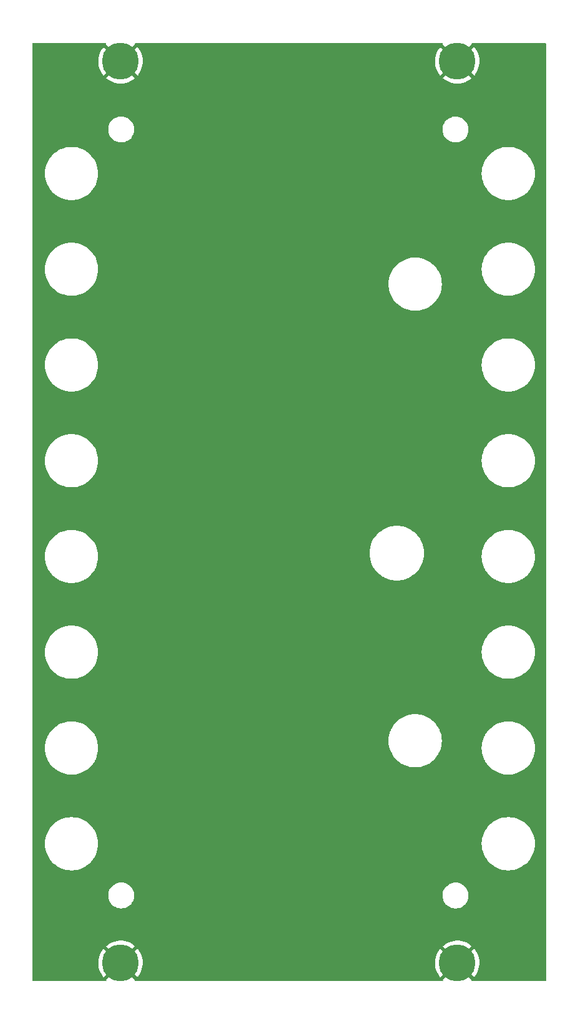
<source format=gbr>
G04 #@! TF.GenerationSoftware,KiCad,Pcbnew,(6.0.1)*
G04 #@! TF.CreationDate,2023-03-29T19:19:28-07:00*
G04 #@! TF.ProjectId,panel,70616e65-6c2e-46b6-9963-61645f706362,1.1*
G04 #@! TF.SameCoordinates,Original*
G04 #@! TF.FileFunction,Copper,L1,Top*
G04 #@! TF.FilePolarity,Positive*
%FSLAX46Y46*%
G04 Gerber Fmt 4.6, Leading zero omitted, Abs format (unit mm)*
G04 Created by KiCad (PCBNEW (6.0.1)) date 2023-03-29 19:19:28*
%MOMM*%
%LPD*%
G01*
G04 APERTURE LIST*
G04 #@! TA.AperFunction,ComponentPad*
%ADD10C,5.000000*%
G04 #@! TD*
G04 APERTURE END LIST*
D10*
X52500000Y-33750000D03*
X98220000Y-33750000D03*
X98220000Y-156150000D03*
X52500000Y-156150000D03*
G04 #@! TA.AperFunction,Conductor*
G36*
X50526390Y-31278002D02*
G01*
X50572883Y-31331658D01*
X50582987Y-31401932D01*
X50564642Y-31448362D01*
X50564576Y-31450069D01*
X50571527Y-31462316D01*
X52487190Y-33377980D01*
X52501131Y-33385592D01*
X52502966Y-33385461D01*
X52509580Y-33381210D01*
X54427074Y-31463716D01*
X54434688Y-31449772D01*
X54434194Y-31442853D01*
X54416038Y-31388944D01*
X54433352Y-31320091D01*
X54485141Y-31271529D01*
X54541941Y-31258000D01*
X96178269Y-31258000D01*
X96246390Y-31278002D01*
X96292883Y-31331658D01*
X96302987Y-31401932D01*
X96284642Y-31448362D01*
X96284576Y-31450069D01*
X96291527Y-31462316D01*
X98207190Y-33377980D01*
X98221131Y-33385592D01*
X98222966Y-33385461D01*
X98229580Y-33381210D01*
X100147074Y-31463716D01*
X100154688Y-31449772D01*
X100154194Y-31442853D01*
X100136038Y-31388944D01*
X100153352Y-31320091D01*
X100205141Y-31271529D01*
X100261941Y-31258000D01*
X110166000Y-31258000D01*
X110234121Y-31278002D01*
X110280614Y-31331658D01*
X110292000Y-31384000D01*
X110292000Y-158516000D01*
X110271998Y-158584121D01*
X110218342Y-158630614D01*
X110166000Y-158642000D01*
X100266799Y-158642000D01*
X100198678Y-158621998D01*
X100152185Y-158568342D01*
X100142081Y-158498068D01*
X100157646Y-158460415D01*
X100158123Y-158453616D01*
X100150537Y-158439748D01*
X98232810Y-156522020D01*
X98218869Y-156514408D01*
X98217034Y-156514539D01*
X98210420Y-156518790D01*
X96291474Y-158437737D01*
X96283860Y-158451681D01*
X96284551Y-158461344D01*
X96301060Y-158513030D01*
X96282669Y-158581603D01*
X96230124Y-158629348D01*
X96175095Y-158642000D01*
X54546799Y-158642000D01*
X54478678Y-158621998D01*
X54432185Y-158568342D01*
X54422081Y-158498068D01*
X54437646Y-158460415D01*
X54438123Y-158453616D01*
X54430537Y-158439748D01*
X52512810Y-156522020D01*
X52498869Y-156514408D01*
X52497034Y-156514539D01*
X52490420Y-156518790D01*
X50571474Y-158437737D01*
X50563860Y-158451681D01*
X50564551Y-158461344D01*
X50581060Y-158513030D01*
X50562669Y-158581603D01*
X50510124Y-158629348D01*
X50455095Y-158642000D01*
X40634000Y-158642000D01*
X40565879Y-158621998D01*
X40519386Y-158568342D01*
X40508000Y-158516000D01*
X40508000Y-156058987D01*
X49488484Y-156058987D01*
X49497374Y-156398505D01*
X49497980Y-156405721D01*
X49545835Y-156741963D01*
X49547269Y-156749074D01*
X49633455Y-157077595D01*
X49635692Y-157084478D01*
X49759064Y-157400914D01*
X49762081Y-157407503D01*
X49921002Y-157707652D01*
X49924761Y-157713860D01*
X50117129Y-157993757D01*
X50121574Y-157999486D01*
X50188743Y-158076484D01*
X50201917Y-158084888D01*
X50211769Y-158079020D01*
X52127980Y-156162810D01*
X52134357Y-156151131D01*
X52864408Y-156151131D01*
X52864539Y-156152966D01*
X52868790Y-156159580D01*
X54786268Y-158077057D01*
X54799622Y-158084349D01*
X54809594Y-158077295D01*
X54916641Y-157949267D01*
X54920957Y-157943456D01*
X55107432Y-157659575D01*
X55111046Y-157653313D01*
X55263658Y-157349882D01*
X55266530Y-157343244D01*
X55383249Y-157024293D01*
X55385345Y-157017351D01*
X55464631Y-156687103D01*
X55465915Y-156679964D01*
X55506816Y-156341973D01*
X55507240Y-156336403D01*
X55513010Y-156152797D01*
X55512937Y-156147204D01*
X55507850Y-156058987D01*
X95208484Y-156058987D01*
X95217374Y-156398505D01*
X95217980Y-156405721D01*
X95265835Y-156741963D01*
X95267269Y-156749074D01*
X95353455Y-157077595D01*
X95355692Y-157084478D01*
X95479064Y-157400914D01*
X95482081Y-157407503D01*
X95641002Y-157707652D01*
X95644761Y-157713860D01*
X95837129Y-157993757D01*
X95841574Y-157999486D01*
X95908743Y-158076484D01*
X95921917Y-158084888D01*
X95931769Y-158079020D01*
X97847980Y-156162810D01*
X97854357Y-156151131D01*
X98584408Y-156151131D01*
X98584539Y-156152966D01*
X98588790Y-156159580D01*
X100506268Y-158077057D01*
X100519622Y-158084349D01*
X100529594Y-158077295D01*
X100636641Y-157949267D01*
X100640957Y-157943456D01*
X100827432Y-157659575D01*
X100831046Y-157653313D01*
X100983658Y-157349882D01*
X100986530Y-157343244D01*
X101103249Y-157024293D01*
X101105345Y-157017351D01*
X101184631Y-156687103D01*
X101185915Y-156679964D01*
X101226816Y-156341973D01*
X101227240Y-156336403D01*
X101233010Y-156152797D01*
X101232937Y-156147204D01*
X101213338Y-155807303D01*
X101212506Y-155800113D01*
X101154113Y-155465529D01*
X101152458Y-155458474D01*
X101055998Y-155132834D01*
X101053540Y-155126006D01*
X100920290Y-154813608D01*
X100917073Y-154807125D01*
X100748788Y-154512089D01*
X100744856Y-154506034D01*
X100543774Y-154232295D01*
X100539166Y-154226726D01*
X100533830Y-154220984D01*
X100520178Y-154212866D01*
X100519570Y-154212887D01*
X100511092Y-154218119D01*
X98592020Y-156137190D01*
X98584408Y-156151131D01*
X97854357Y-156151131D01*
X97855592Y-156148869D01*
X97855461Y-156147034D01*
X97851210Y-156140420D01*
X95932374Y-154221585D01*
X95919581Y-154214599D01*
X95908827Y-154222464D01*
X95748037Y-154427527D01*
X95743902Y-154433476D01*
X95566440Y-154723068D01*
X95563019Y-154729447D01*
X95420016Y-155037522D01*
X95417356Y-155044241D01*
X95310711Y-155366707D01*
X95308834Y-155373711D01*
X95239961Y-155706288D01*
X95238904Y-155713449D01*
X95208712Y-156051735D01*
X95208484Y-156058987D01*
X55507850Y-156058987D01*
X55493338Y-155807303D01*
X55492506Y-155800113D01*
X55434113Y-155465529D01*
X55432458Y-155458474D01*
X55335998Y-155132834D01*
X55333540Y-155126006D01*
X55200290Y-154813608D01*
X55197073Y-154807125D01*
X55028788Y-154512089D01*
X55024856Y-154506034D01*
X54823774Y-154232295D01*
X54819166Y-154226726D01*
X54813830Y-154220984D01*
X54800178Y-154212866D01*
X54799570Y-154212887D01*
X54791092Y-154218119D01*
X52872020Y-156137190D01*
X52864408Y-156151131D01*
X52134357Y-156151131D01*
X52135592Y-156148869D01*
X52135461Y-156147034D01*
X52131210Y-156140420D01*
X50212374Y-154221585D01*
X50199581Y-154214599D01*
X50188827Y-154222464D01*
X50028037Y-154427527D01*
X50023902Y-154433476D01*
X49846440Y-154723068D01*
X49843019Y-154729447D01*
X49700016Y-155037522D01*
X49697356Y-155044241D01*
X49590711Y-155366707D01*
X49588834Y-155373711D01*
X49519961Y-155706288D01*
X49518904Y-155713449D01*
X49488712Y-156051735D01*
X49488484Y-156058987D01*
X40508000Y-156058987D01*
X40508000Y-153851048D01*
X50565132Y-153851048D01*
X50571527Y-153862316D01*
X52487190Y-155777980D01*
X52501131Y-155785592D01*
X52502966Y-155785461D01*
X52509580Y-155781210D01*
X54427074Y-153863716D01*
X54433991Y-153851048D01*
X96285132Y-153851048D01*
X96291527Y-153862316D01*
X98207190Y-155777980D01*
X98221131Y-155785592D01*
X98222966Y-155785461D01*
X98229580Y-155781210D01*
X100147074Y-153863716D01*
X100154466Y-153850179D01*
X100147679Y-153840479D01*
X100044476Y-153752335D01*
X100038704Y-153747953D01*
X99756796Y-153558519D01*
X99750575Y-153554839D01*
X99448757Y-153399060D01*
X99442146Y-153396116D01*
X99124439Y-153276065D01*
X99117513Y-153273894D01*
X98788112Y-153191155D01*
X98781005Y-153189799D01*
X98444278Y-153145468D01*
X98437036Y-153144937D01*
X98097467Y-153139602D01*
X98090205Y-153139906D01*
X97752256Y-153173638D01*
X97745108Y-153174770D01*
X97413263Y-153247124D01*
X97406285Y-153249072D01*
X97084960Y-153359086D01*
X97078253Y-153361823D01*
X96771707Y-153508039D01*
X96765349Y-153511534D01*
X96477654Y-153692005D01*
X96471731Y-153696214D01*
X96293601Y-153838923D01*
X96285132Y-153851048D01*
X54433991Y-153851048D01*
X54434466Y-153850179D01*
X54427679Y-153840479D01*
X54324476Y-153752335D01*
X54318704Y-153747953D01*
X54036796Y-153558519D01*
X54030575Y-153554839D01*
X53728757Y-153399060D01*
X53722146Y-153396116D01*
X53404439Y-153276065D01*
X53397513Y-153273894D01*
X53068112Y-153191155D01*
X53061005Y-153189799D01*
X52724278Y-153145468D01*
X52717036Y-153144937D01*
X52377467Y-153139602D01*
X52370205Y-153139906D01*
X52032256Y-153173638D01*
X52025108Y-153174770D01*
X51693263Y-153247124D01*
X51686285Y-153249072D01*
X51364960Y-153359086D01*
X51358253Y-153361823D01*
X51051707Y-153508039D01*
X51045349Y-153511534D01*
X50757654Y-153692005D01*
X50751731Y-153696214D01*
X50573601Y-153838923D01*
X50565132Y-153851048D01*
X40508000Y-153851048D01*
X40508000Y-147107655D01*
X50839858Y-147107655D01*
X50875104Y-147366638D01*
X50876412Y-147371124D01*
X50876412Y-147371126D01*
X50896098Y-147438664D01*
X50948243Y-147617567D01*
X51057668Y-147854928D01*
X51060231Y-147858837D01*
X51198410Y-148069596D01*
X51198414Y-148069601D01*
X51200976Y-148073509D01*
X51375018Y-148268506D01*
X51575970Y-148435637D01*
X51579973Y-148438066D01*
X51795422Y-148568804D01*
X51795426Y-148568806D01*
X51799419Y-148571229D01*
X52040455Y-148672303D01*
X52293783Y-148736641D01*
X52298434Y-148737109D01*
X52298438Y-148737110D01*
X52491308Y-148756531D01*
X52510867Y-148758500D01*
X52666354Y-148758500D01*
X52668679Y-148758327D01*
X52668685Y-148758327D01*
X52856000Y-148744407D01*
X52856004Y-148744406D01*
X52860652Y-148744061D01*
X52865200Y-148743032D01*
X52865206Y-148743031D01*
X53051601Y-148700853D01*
X53115577Y-148686377D01*
X53151769Y-148672303D01*
X53354824Y-148593340D01*
X53354827Y-148593339D01*
X53359177Y-148591647D01*
X53586098Y-148461951D01*
X53791357Y-148300138D01*
X53970443Y-148109763D01*
X54119424Y-147895009D01*
X54235025Y-147660593D01*
X54314707Y-147411665D01*
X54356721Y-147153693D01*
X54357324Y-147107655D01*
X96239858Y-147107655D01*
X96275104Y-147366638D01*
X96276412Y-147371124D01*
X96276412Y-147371126D01*
X96296098Y-147438664D01*
X96348243Y-147617567D01*
X96457668Y-147854928D01*
X96460231Y-147858837D01*
X96598410Y-148069596D01*
X96598414Y-148069601D01*
X96600976Y-148073509D01*
X96775018Y-148268506D01*
X96975970Y-148435637D01*
X96979973Y-148438066D01*
X97195422Y-148568804D01*
X97195426Y-148568806D01*
X97199419Y-148571229D01*
X97440455Y-148672303D01*
X97693783Y-148736641D01*
X97698434Y-148737109D01*
X97698438Y-148737110D01*
X97891308Y-148756531D01*
X97910867Y-148758500D01*
X98066354Y-148758500D01*
X98068679Y-148758327D01*
X98068685Y-148758327D01*
X98256000Y-148744407D01*
X98256004Y-148744406D01*
X98260652Y-148744061D01*
X98265200Y-148743032D01*
X98265206Y-148743031D01*
X98451601Y-148700853D01*
X98515577Y-148686377D01*
X98551769Y-148672303D01*
X98754824Y-148593340D01*
X98754827Y-148593339D01*
X98759177Y-148591647D01*
X98986098Y-148461951D01*
X99191357Y-148300138D01*
X99370443Y-148109763D01*
X99519424Y-147895009D01*
X99635025Y-147660593D01*
X99714707Y-147411665D01*
X99756721Y-147153693D01*
X99760142Y-146892345D01*
X99724896Y-146633362D01*
X99710473Y-146583877D01*
X99653068Y-146386932D01*
X99651757Y-146382433D01*
X99542332Y-146145072D01*
X99509519Y-146095024D01*
X99401590Y-145930404D01*
X99401586Y-145930399D01*
X99399024Y-145926491D01*
X99224982Y-145731494D01*
X99024030Y-145564363D01*
X98976844Y-145535730D01*
X98804578Y-145431196D01*
X98804574Y-145431194D01*
X98800581Y-145428771D01*
X98559545Y-145327697D01*
X98306217Y-145263359D01*
X98301566Y-145262891D01*
X98301562Y-145262890D01*
X98092271Y-145241816D01*
X98089133Y-145241500D01*
X97933646Y-145241500D01*
X97931321Y-145241673D01*
X97931315Y-145241673D01*
X97744000Y-145255593D01*
X97743996Y-145255594D01*
X97739348Y-145255939D01*
X97734800Y-145256968D01*
X97734794Y-145256969D01*
X97548399Y-145299147D01*
X97484423Y-145313623D01*
X97480071Y-145315315D01*
X97480069Y-145315316D01*
X97245176Y-145406660D01*
X97245173Y-145406661D01*
X97240823Y-145408353D01*
X97013902Y-145538049D01*
X96808643Y-145699862D01*
X96629557Y-145890237D01*
X96480576Y-146104991D01*
X96364975Y-146339407D01*
X96285293Y-146588335D01*
X96243279Y-146846307D01*
X96239858Y-147107655D01*
X54357324Y-147107655D01*
X54360142Y-146892345D01*
X54324896Y-146633362D01*
X54310473Y-146583877D01*
X54253068Y-146386932D01*
X54251757Y-146382433D01*
X54142332Y-146145072D01*
X54109519Y-146095024D01*
X54001590Y-145930404D01*
X54001586Y-145930399D01*
X53999024Y-145926491D01*
X53824982Y-145731494D01*
X53624030Y-145564363D01*
X53576844Y-145535730D01*
X53404578Y-145431196D01*
X53404574Y-145431194D01*
X53400581Y-145428771D01*
X53159545Y-145327697D01*
X52906217Y-145263359D01*
X52901566Y-145262891D01*
X52901562Y-145262890D01*
X52692271Y-145241816D01*
X52689133Y-145241500D01*
X52533646Y-145241500D01*
X52531321Y-145241673D01*
X52531315Y-145241673D01*
X52344000Y-145255593D01*
X52343996Y-145255594D01*
X52339348Y-145255939D01*
X52334800Y-145256968D01*
X52334794Y-145256969D01*
X52148399Y-145299147D01*
X52084423Y-145313623D01*
X52080071Y-145315315D01*
X52080069Y-145315316D01*
X51845176Y-145406660D01*
X51845173Y-145406661D01*
X51840823Y-145408353D01*
X51613902Y-145538049D01*
X51408643Y-145699862D01*
X51229557Y-145890237D01*
X51080576Y-146104991D01*
X50964975Y-146339407D01*
X50885293Y-146588335D01*
X50843279Y-146846307D01*
X50839858Y-147107655D01*
X40508000Y-147107655D01*
X40508000Y-139980000D01*
X42236548Y-139980000D01*
X42256343Y-140357709D01*
X42315511Y-140731279D01*
X42413403Y-141096618D01*
X42548947Y-141449723D01*
X42720659Y-141786726D01*
X42926656Y-142103934D01*
X43164682Y-142397871D01*
X43432129Y-142665318D01*
X43726066Y-142903344D01*
X44043274Y-143109341D01*
X44046208Y-143110836D01*
X44046215Y-143110840D01*
X44377337Y-143279555D01*
X44380277Y-143281053D01*
X44733382Y-143416597D01*
X45098721Y-143514489D01*
X45297158Y-143545918D01*
X45469043Y-143573143D01*
X45469051Y-143573144D01*
X45472291Y-143573657D01*
X45755511Y-143588500D01*
X45944489Y-143588500D01*
X46227709Y-143573657D01*
X46230949Y-143573144D01*
X46230957Y-143573143D01*
X46402842Y-143545918D01*
X46601279Y-143514489D01*
X46966618Y-143416597D01*
X47319723Y-143281053D01*
X47322663Y-143279555D01*
X47653785Y-143110840D01*
X47653792Y-143110836D01*
X47656726Y-143109341D01*
X47973934Y-142903344D01*
X48267871Y-142665318D01*
X48535318Y-142397871D01*
X48773344Y-142103934D01*
X48979341Y-141786726D01*
X49151053Y-141449723D01*
X49286597Y-141096618D01*
X49384489Y-140731279D01*
X49443657Y-140357709D01*
X49463452Y-139980000D01*
X101536548Y-139980000D01*
X101556343Y-140357709D01*
X101615511Y-140731279D01*
X101713403Y-141096618D01*
X101848947Y-141449723D01*
X102020659Y-141786726D01*
X102226656Y-142103934D01*
X102464682Y-142397871D01*
X102732129Y-142665318D01*
X103026066Y-142903344D01*
X103343274Y-143109341D01*
X103346208Y-143110836D01*
X103346215Y-143110840D01*
X103677337Y-143279555D01*
X103680277Y-143281053D01*
X104033382Y-143416597D01*
X104398721Y-143514489D01*
X104597158Y-143545918D01*
X104769043Y-143573143D01*
X104769051Y-143573144D01*
X104772291Y-143573657D01*
X105055511Y-143588500D01*
X105244489Y-143588500D01*
X105527709Y-143573657D01*
X105530949Y-143573144D01*
X105530957Y-143573143D01*
X105702842Y-143545918D01*
X105901279Y-143514489D01*
X106266618Y-143416597D01*
X106619723Y-143281053D01*
X106622663Y-143279555D01*
X106953785Y-143110840D01*
X106953792Y-143110836D01*
X106956726Y-143109341D01*
X107273934Y-142903344D01*
X107567871Y-142665318D01*
X107835318Y-142397871D01*
X108073344Y-142103934D01*
X108279341Y-141786726D01*
X108451053Y-141449723D01*
X108586597Y-141096618D01*
X108684489Y-140731279D01*
X108743657Y-140357709D01*
X108763452Y-139980000D01*
X108743657Y-139602291D01*
X108684489Y-139228721D01*
X108586597Y-138863382D01*
X108451053Y-138510277D01*
X108279341Y-138173274D01*
X108073344Y-137856066D01*
X107835318Y-137562129D01*
X107567871Y-137294682D01*
X107273934Y-137056656D01*
X106956726Y-136850659D01*
X106953792Y-136849164D01*
X106953785Y-136849160D01*
X106622663Y-136680445D01*
X106619723Y-136678947D01*
X106266618Y-136543403D01*
X105901279Y-136445511D01*
X105702842Y-136414082D01*
X105530957Y-136386857D01*
X105530949Y-136386856D01*
X105527709Y-136386343D01*
X105244489Y-136371500D01*
X105055511Y-136371500D01*
X104772291Y-136386343D01*
X104769051Y-136386856D01*
X104769043Y-136386857D01*
X104597158Y-136414082D01*
X104398721Y-136445511D01*
X104033382Y-136543403D01*
X103680277Y-136678947D01*
X103677337Y-136680445D01*
X103346215Y-136849160D01*
X103346208Y-136849164D01*
X103343274Y-136850659D01*
X103026066Y-137056656D01*
X102732129Y-137294682D01*
X102464682Y-137562129D01*
X102226656Y-137856066D01*
X102020659Y-138173274D01*
X101848947Y-138510277D01*
X101713403Y-138863382D01*
X101615511Y-139228721D01*
X101556343Y-139602291D01*
X101536548Y-139980000D01*
X49463452Y-139980000D01*
X49443657Y-139602291D01*
X49384489Y-139228721D01*
X49286597Y-138863382D01*
X49151053Y-138510277D01*
X48979341Y-138173274D01*
X48773344Y-137856066D01*
X48535318Y-137562129D01*
X48267871Y-137294682D01*
X47973934Y-137056656D01*
X47656726Y-136850659D01*
X47653792Y-136849164D01*
X47653785Y-136849160D01*
X47322663Y-136680445D01*
X47319723Y-136678947D01*
X46966618Y-136543403D01*
X46601279Y-136445511D01*
X46402842Y-136414082D01*
X46230957Y-136386857D01*
X46230949Y-136386856D01*
X46227709Y-136386343D01*
X45944489Y-136371500D01*
X45755511Y-136371500D01*
X45472291Y-136386343D01*
X45469051Y-136386856D01*
X45469043Y-136386857D01*
X45297158Y-136414082D01*
X45098721Y-136445511D01*
X44733382Y-136543403D01*
X44380277Y-136678947D01*
X44377337Y-136680445D01*
X44046215Y-136849160D01*
X44046208Y-136849164D01*
X44043274Y-136850659D01*
X43726066Y-137056656D01*
X43432129Y-137294682D01*
X43164682Y-137562129D01*
X42926656Y-137856066D01*
X42720659Y-138173274D01*
X42548947Y-138510277D01*
X42413403Y-138863382D01*
X42315511Y-139228721D01*
X42256343Y-139602291D01*
X42236548Y-139980000D01*
X40508000Y-139980000D01*
X40508000Y-126980000D01*
X42236548Y-126980000D01*
X42256343Y-127357709D01*
X42315511Y-127731279D01*
X42413403Y-128096618D01*
X42414588Y-128099706D01*
X42414589Y-128099708D01*
X42424877Y-128126510D01*
X42548947Y-128449723D01*
X42550445Y-128452663D01*
X42667795Y-128682974D01*
X42720659Y-128786726D01*
X42926656Y-129103934D01*
X43164682Y-129397871D01*
X43432129Y-129665318D01*
X43726066Y-129903344D01*
X44043274Y-130109341D01*
X44046208Y-130110836D01*
X44046215Y-130110840D01*
X44377337Y-130279555D01*
X44380277Y-130281053D01*
X44733382Y-130416597D01*
X45098721Y-130514489D01*
X45297158Y-130545918D01*
X45469043Y-130573143D01*
X45469051Y-130573144D01*
X45472291Y-130573657D01*
X45755511Y-130588500D01*
X45944489Y-130588500D01*
X46227709Y-130573657D01*
X46230949Y-130573144D01*
X46230957Y-130573143D01*
X46402842Y-130545918D01*
X46601279Y-130514489D01*
X46966618Y-130416597D01*
X47319723Y-130281053D01*
X47322663Y-130279555D01*
X47653785Y-130110840D01*
X47653792Y-130110836D01*
X47656726Y-130109341D01*
X47973934Y-129903344D01*
X48267871Y-129665318D01*
X48535318Y-129397871D01*
X48773344Y-129103934D01*
X48979341Y-128786726D01*
X49032206Y-128682974D01*
X49149555Y-128452663D01*
X49151053Y-128449723D01*
X49275123Y-128126510D01*
X49285411Y-128099708D01*
X49285412Y-128099706D01*
X49286597Y-128096618D01*
X49384489Y-127731279D01*
X49443657Y-127357709D01*
X49463452Y-126980000D01*
X49443657Y-126602291D01*
X49384489Y-126228721D01*
X49323204Y-126000000D01*
X88906548Y-126000000D01*
X88926343Y-126377709D01*
X88985511Y-126751279D01*
X89083403Y-127116618D01*
X89218947Y-127469723D01*
X89220445Y-127472663D01*
X89353842Y-127734468D01*
X89390659Y-127806726D01*
X89596656Y-128123934D01*
X89834682Y-128417871D01*
X90102129Y-128685318D01*
X90396066Y-128923344D01*
X90398841Y-128925146D01*
X90674151Y-129103934D01*
X90713274Y-129129341D01*
X90716208Y-129130836D01*
X90716215Y-129130840D01*
X91047337Y-129299555D01*
X91050277Y-129301053D01*
X91403382Y-129436597D01*
X91768721Y-129534489D01*
X91967158Y-129565918D01*
X92139043Y-129593143D01*
X92139051Y-129593144D01*
X92142291Y-129593657D01*
X92425511Y-129608500D01*
X92614489Y-129608500D01*
X92897709Y-129593657D01*
X92900949Y-129593144D01*
X92900957Y-129593143D01*
X93072842Y-129565918D01*
X93271279Y-129534489D01*
X93636618Y-129436597D01*
X93989723Y-129301053D01*
X93992663Y-129299555D01*
X94323785Y-129130840D01*
X94323792Y-129130836D01*
X94326726Y-129129341D01*
X94365850Y-129103934D01*
X94641159Y-128925146D01*
X94643934Y-128923344D01*
X94937871Y-128685318D01*
X95205318Y-128417871D01*
X95443344Y-128123934D01*
X95649341Y-127806726D01*
X95686159Y-127734468D01*
X95819555Y-127472663D01*
X95821053Y-127469723D01*
X95956597Y-127116618D01*
X95993204Y-126980000D01*
X101536548Y-126980000D01*
X101556343Y-127357709D01*
X101615511Y-127731279D01*
X101713403Y-128096618D01*
X101714588Y-128099706D01*
X101714589Y-128099708D01*
X101724877Y-128126510D01*
X101848947Y-128449723D01*
X101850445Y-128452663D01*
X101967795Y-128682974D01*
X102020659Y-128786726D01*
X102226656Y-129103934D01*
X102464682Y-129397871D01*
X102732129Y-129665318D01*
X103026066Y-129903344D01*
X103343274Y-130109341D01*
X103346208Y-130110836D01*
X103346215Y-130110840D01*
X103677337Y-130279555D01*
X103680277Y-130281053D01*
X104033382Y-130416597D01*
X104398721Y-130514489D01*
X104597158Y-130545918D01*
X104769043Y-130573143D01*
X104769051Y-130573144D01*
X104772291Y-130573657D01*
X105055511Y-130588500D01*
X105244489Y-130588500D01*
X105527709Y-130573657D01*
X105530949Y-130573144D01*
X105530957Y-130573143D01*
X105702842Y-130545918D01*
X105901279Y-130514489D01*
X106266618Y-130416597D01*
X106619723Y-130281053D01*
X106622663Y-130279555D01*
X106953785Y-130110840D01*
X106953792Y-130110836D01*
X106956726Y-130109341D01*
X107273934Y-129903344D01*
X107567871Y-129665318D01*
X107835318Y-129397871D01*
X108073344Y-129103934D01*
X108279341Y-128786726D01*
X108332206Y-128682974D01*
X108449555Y-128452663D01*
X108451053Y-128449723D01*
X108575123Y-128126510D01*
X108585411Y-128099708D01*
X108585412Y-128099706D01*
X108586597Y-128096618D01*
X108684489Y-127731279D01*
X108743657Y-127357709D01*
X108763452Y-126980000D01*
X108743657Y-126602291D01*
X108684489Y-126228721D01*
X108586597Y-125863382D01*
X108451053Y-125510277D01*
X108319445Y-125251982D01*
X108280840Y-125176215D01*
X108280836Y-125176208D01*
X108279341Y-125173274D01*
X108073344Y-124856066D01*
X107835318Y-124562129D01*
X107567871Y-124294682D01*
X107273934Y-124056656D01*
X107000123Y-123878841D01*
X106959495Y-123852457D01*
X106959492Y-123852455D01*
X106956726Y-123850659D01*
X106953792Y-123849164D01*
X106953785Y-123849160D01*
X106622663Y-123680445D01*
X106619723Y-123678947D01*
X106266618Y-123543403D01*
X105901279Y-123445511D01*
X105702842Y-123414082D01*
X105530957Y-123386857D01*
X105530949Y-123386856D01*
X105527709Y-123386343D01*
X105244489Y-123371500D01*
X105055511Y-123371500D01*
X104772291Y-123386343D01*
X104769051Y-123386856D01*
X104769043Y-123386857D01*
X104597158Y-123414082D01*
X104398721Y-123445511D01*
X104033382Y-123543403D01*
X103680277Y-123678947D01*
X103677337Y-123680445D01*
X103346215Y-123849160D01*
X103346208Y-123849164D01*
X103343274Y-123850659D01*
X103340508Y-123852455D01*
X103340505Y-123852457D01*
X103299877Y-123878841D01*
X103026066Y-124056656D01*
X102732129Y-124294682D01*
X102464682Y-124562129D01*
X102226656Y-124856066D01*
X102020659Y-125173274D01*
X102019164Y-125176208D01*
X102019160Y-125176215D01*
X101980555Y-125251982D01*
X101848947Y-125510277D01*
X101713403Y-125863382D01*
X101615511Y-126228721D01*
X101556343Y-126602291D01*
X101536548Y-126980000D01*
X95993204Y-126980000D01*
X96054489Y-126751279D01*
X96113657Y-126377709D01*
X96133452Y-126000000D01*
X96113657Y-125622291D01*
X96054489Y-125248721D01*
X95956597Y-124883382D01*
X95946112Y-124856066D01*
X95822237Y-124533362D01*
X95821053Y-124530277D01*
X95819555Y-124527337D01*
X95650840Y-124196215D01*
X95650836Y-124196208D01*
X95649341Y-124193274D01*
X95443344Y-123876066D01*
X95205318Y-123582129D01*
X94937871Y-123314682D01*
X94643934Y-123076656D01*
X94326726Y-122870659D01*
X94323792Y-122869164D01*
X94323785Y-122869160D01*
X93992663Y-122700445D01*
X93989723Y-122698947D01*
X93636618Y-122563403D01*
X93271279Y-122465511D01*
X93072842Y-122434082D01*
X92900957Y-122406857D01*
X92900949Y-122406856D01*
X92897709Y-122406343D01*
X92614489Y-122391500D01*
X92425511Y-122391500D01*
X92142291Y-122406343D01*
X92139051Y-122406856D01*
X92139043Y-122406857D01*
X91967158Y-122434082D01*
X91768721Y-122465511D01*
X91403382Y-122563403D01*
X91050277Y-122698947D01*
X91047337Y-122700445D01*
X90716215Y-122869160D01*
X90716208Y-122869164D01*
X90713274Y-122870659D01*
X90396066Y-123076656D01*
X90102129Y-123314682D01*
X89834682Y-123582129D01*
X89596656Y-123876066D01*
X89390659Y-124193274D01*
X89389164Y-124196208D01*
X89389160Y-124196215D01*
X89220445Y-124527337D01*
X89218947Y-124530277D01*
X89217763Y-124533362D01*
X89093889Y-124856066D01*
X89083403Y-124883382D01*
X88985511Y-125248721D01*
X88926343Y-125622291D01*
X88906548Y-126000000D01*
X49323204Y-126000000D01*
X49286597Y-125863382D01*
X49151053Y-125510277D01*
X49019445Y-125251982D01*
X48980840Y-125176215D01*
X48980836Y-125176208D01*
X48979341Y-125173274D01*
X48773344Y-124856066D01*
X48535318Y-124562129D01*
X48267871Y-124294682D01*
X47973934Y-124056656D01*
X47700123Y-123878841D01*
X47659495Y-123852457D01*
X47659492Y-123852455D01*
X47656726Y-123850659D01*
X47653792Y-123849164D01*
X47653785Y-123849160D01*
X47322663Y-123680445D01*
X47319723Y-123678947D01*
X46966618Y-123543403D01*
X46601279Y-123445511D01*
X46402842Y-123414082D01*
X46230957Y-123386857D01*
X46230949Y-123386856D01*
X46227709Y-123386343D01*
X45944489Y-123371500D01*
X45755511Y-123371500D01*
X45472291Y-123386343D01*
X45469051Y-123386856D01*
X45469043Y-123386857D01*
X45297158Y-123414082D01*
X45098721Y-123445511D01*
X44733382Y-123543403D01*
X44380277Y-123678947D01*
X44377337Y-123680445D01*
X44046215Y-123849160D01*
X44046208Y-123849164D01*
X44043274Y-123850659D01*
X44040508Y-123852455D01*
X44040505Y-123852457D01*
X43999877Y-123878841D01*
X43726066Y-124056656D01*
X43432129Y-124294682D01*
X43164682Y-124562129D01*
X42926656Y-124856066D01*
X42720659Y-125173274D01*
X42719164Y-125176208D01*
X42719160Y-125176215D01*
X42680555Y-125251982D01*
X42548947Y-125510277D01*
X42413403Y-125863382D01*
X42315511Y-126228721D01*
X42256343Y-126602291D01*
X42236548Y-126980000D01*
X40508000Y-126980000D01*
X40508000Y-113980000D01*
X42236548Y-113980000D01*
X42256343Y-114357709D01*
X42315511Y-114731279D01*
X42413403Y-115096618D01*
X42548947Y-115449723D01*
X42720659Y-115786726D01*
X42926656Y-116103934D01*
X43164682Y-116397871D01*
X43432129Y-116665318D01*
X43726066Y-116903344D01*
X44043274Y-117109341D01*
X44046208Y-117110836D01*
X44046215Y-117110840D01*
X44377337Y-117279555D01*
X44380277Y-117281053D01*
X44733382Y-117416597D01*
X45098721Y-117514489D01*
X45297158Y-117545918D01*
X45469043Y-117573143D01*
X45469051Y-117573144D01*
X45472291Y-117573657D01*
X45755511Y-117588500D01*
X45944489Y-117588500D01*
X46227709Y-117573657D01*
X46230949Y-117573144D01*
X46230957Y-117573143D01*
X46402842Y-117545918D01*
X46601279Y-117514489D01*
X46966618Y-117416597D01*
X47319723Y-117281053D01*
X47322663Y-117279555D01*
X47653785Y-117110840D01*
X47653792Y-117110836D01*
X47656726Y-117109341D01*
X47973934Y-116903344D01*
X48267871Y-116665318D01*
X48535318Y-116397871D01*
X48773344Y-116103934D01*
X48979341Y-115786726D01*
X49151053Y-115449723D01*
X49286597Y-115096618D01*
X49384489Y-114731279D01*
X49443657Y-114357709D01*
X49463452Y-113980000D01*
X101536548Y-113980000D01*
X101556343Y-114357709D01*
X101615511Y-114731279D01*
X101713403Y-115096618D01*
X101848947Y-115449723D01*
X102020659Y-115786726D01*
X102226656Y-116103934D01*
X102464682Y-116397871D01*
X102732129Y-116665318D01*
X103026066Y-116903344D01*
X103343274Y-117109341D01*
X103346208Y-117110836D01*
X103346215Y-117110840D01*
X103677337Y-117279555D01*
X103680277Y-117281053D01*
X104033382Y-117416597D01*
X104398721Y-117514489D01*
X104597158Y-117545918D01*
X104769043Y-117573143D01*
X104769051Y-117573144D01*
X104772291Y-117573657D01*
X105055511Y-117588500D01*
X105244489Y-117588500D01*
X105527709Y-117573657D01*
X105530949Y-117573144D01*
X105530957Y-117573143D01*
X105702842Y-117545918D01*
X105901279Y-117514489D01*
X106266618Y-117416597D01*
X106619723Y-117281053D01*
X106622663Y-117279555D01*
X106953785Y-117110840D01*
X106953792Y-117110836D01*
X106956726Y-117109341D01*
X107273934Y-116903344D01*
X107567871Y-116665318D01*
X107835318Y-116397871D01*
X108073344Y-116103934D01*
X108279341Y-115786726D01*
X108451053Y-115449723D01*
X108586597Y-115096618D01*
X108684489Y-114731279D01*
X108743657Y-114357709D01*
X108763452Y-113980000D01*
X108743657Y-113602291D01*
X108684489Y-113228721D01*
X108586597Y-112863382D01*
X108451053Y-112510277D01*
X108279341Y-112173274D01*
X108073344Y-111856066D01*
X107835318Y-111562129D01*
X107567871Y-111294682D01*
X107273934Y-111056656D01*
X106956726Y-110850659D01*
X106953792Y-110849164D01*
X106953785Y-110849160D01*
X106622663Y-110680445D01*
X106619723Y-110678947D01*
X106266618Y-110543403D01*
X105901279Y-110445511D01*
X105702842Y-110414082D01*
X105530957Y-110386857D01*
X105530949Y-110386856D01*
X105527709Y-110386343D01*
X105244489Y-110371500D01*
X105055511Y-110371500D01*
X104772291Y-110386343D01*
X104769051Y-110386856D01*
X104769043Y-110386857D01*
X104597158Y-110414082D01*
X104398721Y-110445511D01*
X104033382Y-110543403D01*
X103680277Y-110678947D01*
X103677337Y-110680445D01*
X103346215Y-110849160D01*
X103346208Y-110849164D01*
X103343274Y-110850659D01*
X103026066Y-111056656D01*
X102732129Y-111294682D01*
X102464682Y-111562129D01*
X102226656Y-111856066D01*
X102020659Y-112173274D01*
X101848947Y-112510277D01*
X101713403Y-112863382D01*
X101615511Y-113228721D01*
X101556343Y-113602291D01*
X101536548Y-113980000D01*
X49463452Y-113980000D01*
X49443657Y-113602291D01*
X49384489Y-113228721D01*
X49286597Y-112863382D01*
X49151053Y-112510277D01*
X48979341Y-112173274D01*
X48773344Y-111856066D01*
X48535318Y-111562129D01*
X48267871Y-111294682D01*
X47973934Y-111056656D01*
X47656726Y-110850659D01*
X47653792Y-110849164D01*
X47653785Y-110849160D01*
X47322663Y-110680445D01*
X47319723Y-110678947D01*
X46966618Y-110543403D01*
X46601279Y-110445511D01*
X46402842Y-110414082D01*
X46230957Y-110386857D01*
X46230949Y-110386856D01*
X46227709Y-110386343D01*
X45944489Y-110371500D01*
X45755511Y-110371500D01*
X45472291Y-110386343D01*
X45469051Y-110386856D01*
X45469043Y-110386857D01*
X45297158Y-110414082D01*
X45098721Y-110445511D01*
X44733382Y-110543403D01*
X44380277Y-110678947D01*
X44377337Y-110680445D01*
X44046215Y-110849160D01*
X44046208Y-110849164D01*
X44043274Y-110850659D01*
X43726066Y-111056656D01*
X43432129Y-111294682D01*
X43164682Y-111562129D01*
X42926656Y-111856066D01*
X42720659Y-112173274D01*
X42548947Y-112510277D01*
X42413403Y-112863382D01*
X42315511Y-113228721D01*
X42256343Y-113602291D01*
X42236548Y-113980000D01*
X40508000Y-113980000D01*
X40508000Y-100980000D01*
X42236548Y-100980000D01*
X42256343Y-101357709D01*
X42315511Y-101731279D01*
X42413403Y-102096618D01*
X42548947Y-102449723D01*
X42550445Y-102452663D01*
X42684294Y-102715355D01*
X42720659Y-102786726D01*
X42926656Y-103103934D01*
X43164682Y-103397871D01*
X43432129Y-103665318D01*
X43726066Y-103903344D01*
X43728841Y-103905146D01*
X43971435Y-104062688D01*
X44043274Y-104109341D01*
X44046208Y-104110836D01*
X44046215Y-104110840D01*
X44296762Y-104238500D01*
X44380277Y-104281053D01*
X44733382Y-104416597D01*
X45098721Y-104514489D01*
X45297158Y-104545918D01*
X45469043Y-104573143D01*
X45469051Y-104573144D01*
X45472291Y-104573657D01*
X45755511Y-104588500D01*
X45944489Y-104588500D01*
X46227709Y-104573657D01*
X46230949Y-104573144D01*
X46230957Y-104573143D01*
X46402842Y-104545918D01*
X46601279Y-104514489D01*
X46966618Y-104416597D01*
X47319723Y-104281053D01*
X47403238Y-104238500D01*
X47653785Y-104110840D01*
X47653792Y-104110836D01*
X47656726Y-104109341D01*
X47728566Y-104062688D01*
X47971159Y-103905146D01*
X47973934Y-103903344D01*
X48267871Y-103665318D01*
X48535318Y-103397871D01*
X48773344Y-103103934D01*
X48979341Y-102786726D01*
X49015707Y-102715355D01*
X49149555Y-102452663D01*
X49151053Y-102449723D01*
X49286597Y-102096618D01*
X49384489Y-101731279D01*
X49443657Y-101357709D01*
X49463452Y-100980000D01*
X49443657Y-100602291D01*
X49432208Y-100530000D01*
X86306411Y-100530000D01*
X86326754Y-100918176D01*
X86387562Y-101302099D01*
X86488167Y-101677562D01*
X86627468Y-102040453D01*
X86628966Y-102043393D01*
X86656086Y-102096618D01*
X86803938Y-102386794D01*
X86805734Y-102389560D01*
X86805736Y-102389563D01*
X87013848Y-102710029D01*
X87015643Y-102712793D01*
X87260266Y-103014876D01*
X87535124Y-103289734D01*
X87537682Y-103291806D01*
X87537686Y-103291809D01*
X87671556Y-103400215D01*
X87837207Y-103534357D01*
X88163206Y-103746062D01*
X88166140Y-103747557D01*
X88166147Y-103747561D01*
X88475425Y-103905146D01*
X88509547Y-103922532D01*
X88872438Y-104061833D01*
X89247901Y-104162438D01*
X89451793Y-104194732D01*
X89628576Y-104222732D01*
X89628584Y-104222733D01*
X89631824Y-104223246D01*
X89922894Y-104238500D01*
X90117106Y-104238500D01*
X90408176Y-104223246D01*
X90411416Y-104222733D01*
X90411424Y-104222732D01*
X90588207Y-104194732D01*
X90792099Y-104162438D01*
X91167562Y-104061833D01*
X91530453Y-103922532D01*
X91564575Y-103905146D01*
X91873853Y-103747561D01*
X91873860Y-103747557D01*
X91876794Y-103746062D01*
X92202793Y-103534357D01*
X92368444Y-103400215D01*
X92502314Y-103291809D01*
X92502318Y-103291806D01*
X92504876Y-103289734D01*
X92779734Y-103014876D01*
X93024357Y-102712793D01*
X93234265Y-102389563D01*
X93234266Y-102389561D01*
X93236062Y-102386795D01*
X93237562Y-102383853D01*
X93411034Y-102043393D01*
X93412532Y-102040453D01*
X93551833Y-101677562D01*
X93652438Y-101302099D01*
X93703454Y-100980000D01*
X101536548Y-100980000D01*
X101556343Y-101357709D01*
X101615511Y-101731279D01*
X101713403Y-102096618D01*
X101848947Y-102449723D01*
X101850445Y-102452663D01*
X101984294Y-102715355D01*
X102020659Y-102786726D01*
X102226656Y-103103934D01*
X102464682Y-103397871D01*
X102732129Y-103665318D01*
X103026066Y-103903344D01*
X103028841Y-103905146D01*
X103271435Y-104062688D01*
X103343274Y-104109341D01*
X103346208Y-104110836D01*
X103346215Y-104110840D01*
X103596762Y-104238500D01*
X103680277Y-104281053D01*
X104033382Y-104416597D01*
X104398721Y-104514489D01*
X104597158Y-104545918D01*
X104769043Y-104573143D01*
X104769051Y-104573144D01*
X104772291Y-104573657D01*
X105055511Y-104588500D01*
X105244489Y-104588500D01*
X105527709Y-104573657D01*
X105530949Y-104573144D01*
X105530957Y-104573143D01*
X105702842Y-104545918D01*
X105901279Y-104514489D01*
X106266618Y-104416597D01*
X106619723Y-104281053D01*
X106703238Y-104238500D01*
X106953785Y-104110840D01*
X106953792Y-104110836D01*
X106956726Y-104109341D01*
X107028566Y-104062688D01*
X107271159Y-103905146D01*
X107273934Y-103903344D01*
X107567871Y-103665318D01*
X107835318Y-103397871D01*
X108073344Y-103103934D01*
X108279341Y-102786726D01*
X108315707Y-102715355D01*
X108449555Y-102452663D01*
X108451053Y-102449723D01*
X108586597Y-102096618D01*
X108684489Y-101731279D01*
X108743657Y-101357709D01*
X108763452Y-100980000D01*
X108743657Y-100602291D01*
X108731685Y-100526699D01*
X108685005Y-100231982D01*
X108684489Y-100228721D01*
X108586597Y-99863382D01*
X108451053Y-99510277D01*
X108279341Y-99173274D01*
X108073344Y-98856066D01*
X107835318Y-98562129D01*
X107567871Y-98294682D01*
X107273934Y-98056656D01*
X106956726Y-97850659D01*
X106953792Y-97849164D01*
X106953785Y-97849160D01*
X106622663Y-97680445D01*
X106619723Y-97678947D01*
X106266618Y-97543403D01*
X105901279Y-97445511D01*
X105702842Y-97414082D01*
X105530957Y-97386857D01*
X105530949Y-97386856D01*
X105527709Y-97386343D01*
X105244489Y-97371500D01*
X105055511Y-97371500D01*
X104772291Y-97386343D01*
X104769051Y-97386856D01*
X104769043Y-97386857D01*
X104597158Y-97414082D01*
X104398721Y-97445511D01*
X104033382Y-97543403D01*
X103680277Y-97678947D01*
X103677337Y-97680445D01*
X103346215Y-97849160D01*
X103346208Y-97849164D01*
X103343274Y-97850659D01*
X103026066Y-98056656D01*
X102732129Y-98294682D01*
X102464682Y-98562129D01*
X102226656Y-98856066D01*
X102020659Y-99173274D01*
X101848947Y-99510277D01*
X101713403Y-99863382D01*
X101615511Y-100228721D01*
X101614995Y-100231982D01*
X101568316Y-100526699D01*
X101556343Y-100602291D01*
X101536548Y-100980000D01*
X93703454Y-100980000D01*
X93713246Y-100918176D01*
X93733589Y-100530000D01*
X93713246Y-100141824D01*
X93652438Y-99757901D01*
X93551833Y-99382438D01*
X93412532Y-99019547D01*
X93236062Y-98673206D01*
X93165601Y-98564704D01*
X93026152Y-98349971D01*
X93026152Y-98349970D01*
X93024357Y-98347207D01*
X92790762Y-98058742D01*
X92781809Y-98047686D01*
X92781806Y-98047682D01*
X92779734Y-98045124D01*
X92504876Y-97770266D01*
X92202793Y-97525643D01*
X92200029Y-97523848D01*
X91879563Y-97315736D01*
X91879560Y-97315734D01*
X91876794Y-97313938D01*
X91873860Y-97312443D01*
X91873853Y-97312439D01*
X91533393Y-97138966D01*
X91530453Y-97137468D01*
X91167562Y-96998167D01*
X90792099Y-96897562D01*
X90588207Y-96865268D01*
X90411424Y-96837268D01*
X90411416Y-96837267D01*
X90408176Y-96836754D01*
X90117106Y-96821500D01*
X89922894Y-96821500D01*
X89631824Y-96836754D01*
X89628584Y-96837267D01*
X89628576Y-96837268D01*
X89451793Y-96865268D01*
X89247901Y-96897562D01*
X88872438Y-96998167D01*
X88509547Y-97137468D01*
X88506607Y-97138966D01*
X88166147Y-97312439D01*
X88166140Y-97312443D01*
X88163206Y-97313938D01*
X88160440Y-97315734D01*
X88160437Y-97315736D01*
X87839971Y-97523848D01*
X87837207Y-97525643D01*
X87535124Y-97770266D01*
X87260266Y-98045124D01*
X87258194Y-98047682D01*
X87258191Y-98047686D01*
X87249238Y-98058742D01*
X87015643Y-98347207D01*
X87013848Y-98349970D01*
X87013848Y-98349971D01*
X86805736Y-98670436D01*
X86805734Y-98670439D01*
X86803938Y-98673205D01*
X86802443Y-98676139D01*
X86802439Y-98676146D01*
X86709352Y-98858841D01*
X86627468Y-99019547D01*
X86488167Y-99382438D01*
X86387562Y-99757901D01*
X86326754Y-100141824D01*
X86306411Y-100530000D01*
X49432208Y-100530000D01*
X49431685Y-100526699D01*
X49385005Y-100231982D01*
X49384489Y-100228721D01*
X49286597Y-99863382D01*
X49151053Y-99510277D01*
X48979341Y-99173274D01*
X48773344Y-98856066D01*
X48535318Y-98562129D01*
X48267871Y-98294682D01*
X47973934Y-98056656D01*
X47656726Y-97850659D01*
X47653792Y-97849164D01*
X47653785Y-97849160D01*
X47322663Y-97680445D01*
X47319723Y-97678947D01*
X46966618Y-97543403D01*
X46601279Y-97445511D01*
X46402842Y-97414082D01*
X46230957Y-97386857D01*
X46230949Y-97386856D01*
X46227709Y-97386343D01*
X45944489Y-97371500D01*
X45755511Y-97371500D01*
X45472291Y-97386343D01*
X45469051Y-97386856D01*
X45469043Y-97386857D01*
X45297158Y-97414082D01*
X45098721Y-97445511D01*
X44733382Y-97543403D01*
X44380277Y-97678947D01*
X44377337Y-97680445D01*
X44046215Y-97849160D01*
X44046208Y-97849164D01*
X44043274Y-97850659D01*
X43726066Y-98056656D01*
X43432129Y-98294682D01*
X43164682Y-98562129D01*
X42926656Y-98856066D01*
X42720659Y-99173274D01*
X42548947Y-99510277D01*
X42413403Y-99863382D01*
X42315511Y-100228721D01*
X42314995Y-100231982D01*
X42268316Y-100526699D01*
X42256343Y-100602291D01*
X42236548Y-100980000D01*
X40508000Y-100980000D01*
X40508000Y-87980000D01*
X42236548Y-87980000D01*
X42256343Y-88357709D01*
X42315511Y-88731279D01*
X42413403Y-89096618D01*
X42548947Y-89449723D01*
X42720659Y-89786726D01*
X42926656Y-90103934D01*
X43164682Y-90397871D01*
X43432129Y-90665318D01*
X43726066Y-90903344D01*
X44043274Y-91109341D01*
X44046208Y-91110836D01*
X44046215Y-91110840D01*
X44377337Y-91279555D01*
X44380277Y-91281053D01*
X44733382Y-91416597D01*
X45098721Y-91514489D01*
X45297158Y-91545918D01*
X45469043Y-91573143D01*
X45469051Y-91573144D01*
X45472291Y-91573657D01*
X45755511Y-91588500D01*
X45944489Y-91588500D01*
X46227709Y-91573657D01*
X46230949Y-91573144D01*
X46230957Y-91573143D01*
X46402842Y-91545918D01*
X46601279Y-91514489D01*
X46966618Y-91416597D01*
X47319723Y-91281053D01*
X47322663Y-91279555D01*
X47653785Y-91110840D01*
X47653792Y-91110836D01*
X47656726Y-91109341D01*
X47973934Y-90903344D01*
X48267871Y-90665318D01*
X48535318Y-90397871D01*
X48773344Y-90103934D01*
X48979341Y-89786726D01*
X49151053Y-89449723D01*
X49286597Y-89096618D01*
X49384489Y-88731279D01*
X49443657Y-88357709D01*
X49463452Y-87980000D01*
X101536548Y-87980000D01*
X101556343Y-88357709D01*
X101615511Y-88731279D01*
X101713403Y-89096618D01*
X101848947Y-89449723D01*
X102020659Y-89786726D01*
X102226656Y-90103934D01*
X102464682Y-90397871D01*
X102732129Y-90665318D01*
X103026066Y-90903344D01*
X103343274Y-91109341D01*
X103346208Y-91110836D01*
X103346215Y-91110840D01*
X103677337Y-91279555D01*
X103680277Y-91281053D01*
X104033382Y-91416597D01*
X104398721Y-91514489D01*
X104597158Y-91545918D01*
X104769043Y-91573143D01*
X104769051Y-91573144D01*
X104772291Y-91573657D01*
X105055511Y-91588500D01*
X105244489Y-91588500D01*
X105527709Y-91573657D01*
X105530949Y-91573144D01*
X105530957Y-91573143D01*
X105702842Y-91545918D01*
X105901279Y-91514489D01*
X106266618Y-91416597D01*
X106619723Y-91281053D01*
X106622663Y-91279555D01*
X106953785Y-91110840D01*
X106953792Y-91110836D01*
X106956726Y-91109341D01*
X107273934Y-90903344D01*
X107567871Y-90665318D01*
X107835318Y-90397871D01*
X108073344Y-90103934D01*
X108279341Y-89786726D01*
X108451053Y-89449723D01*
X108586597Y-89096618D01*
X108684489Y-88731279D01*
X108743657Y-88357709D01*
X108763452Y-87980000D01*
X108743657Y-87602291D01*
X108684489Y-87228721D01*
X108586597Y-86863382D01*
X108451053Y-86510277D01*
X108279341Y-86173274D01*
X108073344Y-85856066D01*
X107835318Y-85562129D01*
X107567871Y-85294682D01*
X107273934Y-85056656D01*
X106956726Y-84850659D01*
X106953792Y-84849164D01*
X106953785Y-84849160D01*
X106622663Y-84680445D01*
X106619723Y-84678947D01*
X106266618Y-84543403D01*
X105901279Y-84445511D01*
X105702842Y-84414082D01*
X105530957Y-84386857D01*
X105530949Y-84386856D01*
X105527709Y-84386343D01*
X105244489Y-84371500D01*
X105055511Y-84371500D01*
X104772291Y-84386343D01*
X104769051Y-84386856D01*
X104769043Y-84386857D01*
X104597158Y-84414082D01*
X104398721Y-84445511D01*
X104033382Y-84543403D01*
X103680277Y-84678947D01*
X103677337Y-84680445D01*
X103346215Y-84849160D01*
X103346208Y-84849164D01*
X103343274Y-84850659D01*
X103026066Y-85056656D01*
X102732129Y-85294682D01*
X102464682Y-85562129D01*
X102226656Y-85856066D01*
X102020659Y-86173274D01*
X101848947Y-86510277D01*
X101713403Y-86863382D01*
X101615511Y-87228721D01*
X101556343Y-87602291D01*
X101536548Y-87980000D01*
X49463452Y-87980000D01*
X49443657Y-87602291D01*
X49384489Y-87228721D01*
X49286597Y-86863382D01*
X49151053Y-86510277D01*
X48979341Y-86173274D01*
X48773344Y-85856066D01*
X48535318Y-85562129D01*
X48267871Y-85294682D01*
X47973934Y-85056656D01*
X47656726Y-84850659D01*
X47653792Y-84849164D01*
X47653785Y-84849160D01*
X47322663Y-84680445D01*
X47319723Y-84678947D01*
X46966618Y-84543403D01*
X46601279Y-84445511D01*
X46402842Y-84414082D01*
X46230957Y-84386857D01*
X46230949Y-84386856D01*
X46227709Y-84386343D01*
X45944489Y-84371500D01*
X45755511Y-84371500D01*
X45472291Y-84386343D01*
X45469051Y-84386856D01*
X45469043Y-84386857D01*
X45297158Y-84414082D01*
X45098721Y-84445511D01*
X44733382Y-84543403D01*
X44380277Y-84678947D01*
X44377337Y-84680445D01*
X44046215Y-84849160D01*
X44046208Y-84849164D01*
X44043274Y-84850659D01*
X43726066Y-85056656D01*
X43432129Y-85294682D01*
X43164682Y-85562129D01*
X42926656Y-85856066D01*
X42720659Y-86173274D01*
X42548947Y-86510277D01*
X42413403Y-86863382D01*
X42315511Y-87228721D01*
X42256343Y-87602291D01*
X42236548Y-87980000D01*
X40508000Y-87980000D01*
X40508000Y-74980000D01*
X42236548Y-74980000D01*
X42256343Y-75357709D01*
X42315511Y-75731279D01*
X42413403Y-76096618D01*
X42548947Y-76449723D01*
X42720659Y-76786726D01*
X42926656Y-77103934D01*
X43164682Y-77397871D01*
X43432129Y-77665318D01*
X43726066Y-77903344D01*
X44043274Y-78109341D01*
X44046208Y-78110836D01*
X44046215Y-78110840D01*
X44377337Y-78279555D01*
X44380277Y-78281053D01*
X44733382Y-78416597D01*
X45098721Y-78514489D01*
X45297158Y-78545918D01*
X45469043Y-78573143D01*
X45469051Y-78573144D01*
X45472291Y-78573657D01*
X45755511Y-78588500D01*
X45944489Y-78588500D01*
X46227709Y-78573657D01*
X46230949Y-78573144D01*
X46230957Y-78573143D01*
X46402842Y-78545918D01*
X46601279Y-78514489D01*
X46966618Y-78416597D01*
X47319723Y-78281053D01*
X47322663Y-78279555D01*
X47653785Y-78110840D01*
X47653792Y-78110836D01*
X47656726Y-78109341D01*
X47973934Y-77903344D01*
X48267871Y-77665318D01*
X48535318Y-77397871D01*
X48773344Y-77103934D01*
X48979341Y-76786726D01*
X49151053Y-76449723D01*
X49286597Y-76096618D01*
X49384489Y-75731279D01*
X49443657Y-75357709D01*
X49463452Y-74980000D01*
X101536548Y-74980000D01*
X101556343Y-75357709D01*
X101615511Y-75731279D01*
X101713403Y-76096618D01*
X101848947Y-76449723D01*
X102020659Y-76786726D01*
X102226656Y-77103934D01*
X102464682Y-77397871D01*
X102732129Y-77665318D01*
X103026066Y-77903344D01*
X103343274Y-78109341D01*
X103346208Y-78110836D01*
X103346215Y-78110840D01*
X103677337Y-78279555D01*
X103680277Y-78281053D01*
X104033382Y-78416597D01*
X104398721Y-78514489D01*
X104597158Y-78545918D01*
X104769043Y-78573143D01*
X104769051Y-78573144D01*
X104772291Y-78573657D01*
X105055511Y-78588500D01*
X105244489Y-78588500D01*
X105527709Y-78573657D01*
X105530949Y-78573144D01*
X105530957Y-78573143D01*
X105702842Y-78545918D01*
X105901279Y-78514489D01*
X106266618Y-78416597D01*
X106619723Y-78281053D01*
X106622663Y-78279555D01*
X106953785Y-78110840D01*
X106953792Y-78110836D01*
X106956726Y-78109341D01*
X107273934Y-77903344D01*
X107567871Y-77665318D01*
X107835318Y-77397871D01*
X108073344Y-77103934D01*
X108279341Y-76786726D01*
X108451053Y-76449723D01*
X108586597Y-76096618D01*
X108684489Y-75731279D01*
X108743657Y-75357709D01*
X108763452Y-74980000D01*
X108743657Y-74602291D01*
X108684489Y-74228721D01*
X108586597Y-73863382D01*
X108451053Y-73510277D01*
X108279341Y-73173274D01*
X108073344Y-72856066D01*
X107835318Y-72562129D01*
X107567871Y-72294682D01*
X107273934Y-72056656D01*
X106956726Y-71850659D01*
X106953792Y-71849164D01*
X106953785Y-71849160D01*
X106622663Y-71680445D01*
X106619723Y-71678947D01*
X106266618Y-71543403D01*
X105901279Y-71445511D01*
X105702842Y-71414082D01*
X105530957Y-71386857D01*
X105530949Y-71386856D01*
X105527709Y-71386343D01*
X105244489Y-71371500D01*
X105055511Y-71371500D01*
X104772291Y-71386343D01*
X104769051Y-71386856D01*
X104769043Y-71386857D01*
X104597158Y-71414082D01*
X104398721Y-71445511D01*
X104033382Y-71543403D01*
X103680277Y-71678947D01*
X103677337Y-71680445D01*
X103346215Y-71849160D01*
X103346208Y-71849164D01*
X103343274Y-71850659D01*
X103026066Y-72056656D01*
X102732129Y-72294682D01*
X102464682Y-72562129D01*
X102226656Y-72856066D01*
X102020659Y-73173274D01*
X101848947Y-73510277D01*
X101713403Y-73863382D01*
X101615511Y-74228721D01*
X101556343Y-74602291D01*
X101536548Y-74980000D01*
X49463452Y-74980000D01*
X49443657Y-74602291D01*
X49384489Y-74228721D01*
X49286597Y-73863382D01*
X49151053Y-73510277D01*
X48979341Y-73173274D01*
X48773344Y-72856066D01*
X48535318Y-72562129D01*
X48267871Y-72294682D01*
X47973934Y-72056656D01*
X47656726Y-71850659D01*
X47653792Y-71849164D01*
X47653785Y-71849160D01*
X47322663Y-71680445D01*
X47319723Y-71678947D01*
X46966618Y-71543403D01*
X46601279Y-71445511D01*
X46402842Y-71414082D01*
X46230957Y-71386857D01*
X46230949Y-71386856D01*
X46227709Y-71386343D01*
X45944489Y-71371500D01*
X45755511Y-71371500D01*
X45472291Y-71386343D01*
X45469051Y-71386856D01*
X45469043Y-71386857D01*
X45297158Y-71414082D01*
X45098721Y-71445511D01*
X44733382Y-71543403D01*
X44380277Y-71678947D01*
X44377337Y-71680445D01*
X44046215Y-71849160D01*
X44046208Y-71849164D01*
X44043274Y-71850659D01*
X43726066Y-72056656D01*
X43432129Y-72294682D01*
X43164682Y-72562129D01*
X42926656Y-72856066D01*
X42720659Y-73173274D01*
X42548947Y-73510277D01*
X42413403Y-73863382D01*
X42315511Y-74228721D01*
X42256343Y-74602291D01*
X42236548Y-74980000D01*
X40508000Y-74980000D01*
X40508000Y-61980000D01*
X42236548Y-61980000D01*
X42256343Y-62357709D01*
X42315511Y-62731279D01*
X42413403Y-63096618D01*
X42548947Y-63449723D01*
X42720659Y-63786726D01*
X42926656Y-64103934D01*
X43164682Y-64397871D01*
X43432129Y-64665318D01*
X43726066Y-64903344D01*
X44043274Y-65109341D01*
X44046208Y-65110836D01*
X44046215Y-65110840D01*
X44377337Y-65279555D01*
X44380277Y-65281053D01*
X44733382Y-65416597D01*
X45098721Y-65514489D01*
X45297158Y-65545918D01*
X45469043Y-65573143D01*
X45469051Y-65573144D01*
X45472291Y-65573657D01*
X45755511Y-65588500D01*
X45944489Y-65588500D01*
X46227709Y-65573657D01*
X46230949Y-65573144D01*
X46230957Y-65573143D01*
X46402842Y-65545918D01*
X46601279Y-65514489D01*
X46966618Y-65416597D01*
X47319723Y-65281053D01*
X47322663Y-65279555D01*
X47653785Y-65110840D01*
X47653792Y-65110836D01*
X47656726Y-65109341D01*
X47973934Y-64903344D01*
X48267871Y-64665318D01*
X48535318Y-64397871D01*
X48773344Y-64103934D01*
X48840839Y-64000000D01*
X88906548Y-64000000D01*
X88926343Y-64377709D01*
X88926856Y-64380949D01*
X88926857Y-64380957D01*
X88954082Y-64552842D01*
X88985511Y-64751279D01*
X89083403Y-65116618D01*
X89218947Y-65469723D01*
X89390659Y-65806726D01*
X89596656Y-66123934D01*
X89834682Y-66417871D01*
X90102129Y-66685318D01*
X90396066Y-66923344D01*
X90713274Y-67129341D01*
X90716208Y-67130836D01*
X90716215Y-67130840D01*
X91047337Y-67299555D01*
X91050277Y-67301053D01*
X91403382Y-67436597D01*
X91768721Y-67534489D01*
X91967158Y-67565918D01*
X92139043Y-67593143D01*
X92139051Y-67593144D01*
X92142291Y-67593657D01*
X92425511Y-67608500D01*
X92614489Y-67608500D01*
X92897709Y-67593657D01*
X92900949Y-67593144D01*
X92900957Y-67593143D01*
X93072842Y-67565918D01*
X93271279Y-67534489D01*
X93636618Y-67436597D01*
X93989723Y-67301053D01*
X93992663Y-67299555D01*
X94323785Y-67130840D01*
X94323792Y-67130836D01*
X94326726Y-67129341D01*
X94643934Y-66923344D01*
X94937871Y-66685318D01*
X95205318Y-66417871D01*
X95443344Y-66123934D01*
X95649341Y-65806726D01*
X95821053Y-65469723D01*
X95956597Y-65116618D01*
X96054489Y-64751279D01*
X96085918Y-64552842D01*
X96113143Y-64380957D01*
X96113144Y-64380949D01*
X96113657Y-64377709D01*
X96133452Y-64000000D01*
X96113657Y-63622291D01*
X96054489Y-63248721D01*
X95956597Y-62883382D01*
X95821053Y-62530277D01*
X95649341Y-62193274D01*
X95510839Y-61980000D01*
X101536548Y-61980000D01*
X101556343Y-62357709D01*
X101615511Y-62731279D01*
X101713403Y-63096618D01*
X101848947Y-63449723D01*
X102020659Y-63786726D01*
X102226656Y-64103934D01*
X102464682Y-64397871D01*
X102732129Y-64665318D01*
X103026066Y-64903344D01*
X103343274Y-65109341D01*
X103346208Y-65110836D01*
X103346215Y-65110840D01*
X103677337Y-65279555D01*
X103680277Y-65281053D01*
X104033382Y-65416597D01*
X104398721Y-65514489D01*
X104597158Y-65545918D01*
X104769043Y-65573143D01*
X104769051Y-65573144D01*
X104772291Y-65573657D01*
X105055511Y-65588500D01*
X105244489Y-65588500D01*
X105527709Y-65573657D01*
X105530949Y-65573144D01*
X105530957Y-65573143D01*
X105702842Y-65545918D01*
X105901279Y-65514489D01*
X106266618Y-65416597D01*
X106619723Y-65281053D01*
X106622663Y-65279555D01*
X106953785Y-65110840D01*
X106953792Y-65110836D01*
X106956726Y-65109341D01*
X107273934Y-64903344D01*
X107567871Y-64665318D01*
X107835318Y-64397871D01*
X108073344Y-64103934D01*
X108279341Y-63786726D01*
X108451053Y-63449723D01*
X108586597Y-63096618D01*
X108684489Y-62731279D01*
X108743657Y-62357709D01*
X108763452Y-61980000D01*
X108743657Y-61602291D01*
X108740872Y-61584704D01*
X108698104Y-61314682D01*
X108684489Y-61228721D01*
X108586597Y-60863382D01*
X108451053Y-60510277D01*
X108279341Y-60173274D01*
X108073344Y-59856066D01*
X107835318Y-59562129D01*
X107567871Y-59294682D01*
X107273934Y-59056656D01*
X106956726Y-58850659D01*
X106953792Y-58849164D01*
X106953785Y-58849160D01*
X106622663Y-58680445D01*
X106619723Y-58678947D01*
X106266618Y-58543403D01*
X105901279Y-58445511D01*
X105702842Y-58414082D01*
X105530957Y-58386857D01*
X105530949Y-58386856D01*
X105527709Y-58386343D01*
X105244489Y-58371500D01*
X105055511Y-58371500D01*
X104772291Y-58386343D01*
X104769051Y-58386856D01*
X104769043Y-58386857D01*
X104597158Y-58414082D01*
X104398721Y-58445511D01*
X104033382Y-58543403D01*
X103680277Y-58678947D01*
X103677337Y-58680445D01*
X103346215Y-58849160D01*
X103346208Y-58849164D01*
X103343274Y-58850659D01*
X103026066Y-59056656D01*
X102732129Y-59294682D01*
X102464682Y-59562129D01*
X102226656Y-59856066D01*
X102020659Y-60173274D01*
X101848947Y-60510277D01*
X101713403Y-60863382D01*
X101615511Y-61228721D01*
X101601896Y-61314682D01*
X101559129Y-61584704D01*
X101556343Y-61602291D01*
X101536548Y-61980000D01*
X95510839Y-61980000D01*
X95443344Y-61876066D01*
X95205318Y-61582129D01*
X94937871Y-61314682D01*
X94643934Y-61076656D01*
X94326726Y-60870659D01*
X94323792Y-60869164D01*
X94323785Y-60869160D01*
X93992663Y-60700445D01*
X93989723Y-60698947D01*
X93636618Y-60563403D01*
X93271279Y-60465511D01*
X93072842Y-60434082D01*
X92900957Y-60406857D01*
X92900949Y-60406856D01*
X92897709Y-60406343D01*
X92614489Y-60391500D01*
X92425511Y-60391500D01*
X92142291Y-60406343D01*
X92139051Y-60406856D01*
X92139043Y-60406857D01*
X91967158Y-60434082D01*
X91768721Y-60465511D01*
X91403382Y-60563403D01*
X91050277Y-60698947D01*
X91047337Y-60700445D01*
X90716215Y-60869160D01*
X90716208Y-60869164D01*
X90713274Y-60870659D01*
X90396066Y-61076656D01*
X90102129Y-61314682D01*
X89834682Y-61582129D01*
X89596656Y-61876066D01*
X89390659Y-62193274D01*
X89218947Y-62530277D01*
X89083403Y-62883382D01*
X88985511Y-63248721D01*
X88926343Y-63622291D01*
X88906548Y-64000000D01*
X48840839Y-64000000D01*
X48979341Y-63786726D01*
X49151053Y-63449723D01*
X49286597Y-63096618D01*
X49384489Y-62731279D01*
X49443657Y-62357709D01*
X49463452Y-61980000D01*
X49443657Y-61602291D01*
X49440872Y-61584704D01*
X49398104Y-61314682D01*
X49384489Y-61228721D01*
X49286597Y-60863382D01*
X49151053Y-60510277D01*
X48979341Y-60173274D01*
X48773344Y-59856066D01*
X48535318Y-59562129D01*
X48267871Y-59294682D01*
X47973934Y-59056656D01*
X47656726Y-58850659D01*
X47653792Y-58849164D01*
X47653785Y-58849160D01*
X47322663Y-58680445D01*
X47319723Y-58678947D01*
X46966618Y-58543403D01*
X46601279Y-58445511D01*
X46402842Y-58414082D01*
X46230957Y-58386857D01*
X46230949Y-58386856D01*
X46227709Y-58386343D01*
X45944489Y-58371500D01*
X45755511Y-58371500D01*
X45472291Y-58386343D01*
X45469051Y-58386856D01*
X45469043Y-58386857D01*
X45297158Y-58414082D01*
X45098721Y-58445511D01*
X44733382Y-58543403D01*
X44380277Y-58678947D01*
X44377337Y-58680445D01*
X44046215Y-58849160D01*
X44046208Y-58849164D01*
X44043274Y-58850659D01*
X43726066Y-59056656D01*
X43432129Y-59294682D01*
X43164682Y-59562129D01*
X42926656Y-59856066D01*
X42720659Y-60173274D01*
X42548947Y-60510277D01*
X42413403Y-60863382D01*
X42315511Y-61228721D01*
X42301896Y-61314682D01*
X42259129Y-61584704D01*
X42256343Y-61602291D01*
X42236548Y-61980000D01*
X40508000Y-61980000D01*
X40508000Y-48980000D01*
X42236548Y-48980000D01*
X42256343Y-49357709D01*
X42315511Y-49731279D01*
X42413403Y-50096618D01*
X42548947Y-50449723D01*
X42720659Y-50786726D01*
X42926656Y-51103934D01*
X43164682Y-51397871D01*
X43432129Y-51665318D01*
X43726066Y-51903344D01*
X44043274Y-52109341D01*
X44046208Y-52110836D01*
X44046215Y-52110840D01*
X44377337Y-52279555D01*
X44380277Y-52281053D01*
X44733382Y-52416597D01*
X45098721Y-52514489D01*
X45297158Y-52545918D01*
X45469043Y-52573143D01*
X45469051Y-52573144D01*
X45472291Y-52573657D01*
X45755511Y-52588500D01*
X45944489Y-52588500D01*
X46227709Y-52573657D01*
X46230949Y-52573144D01*
X46230957Y-52573143D01*
X46402842Y-52545918D01*
X46601279Y-52514489D01*
X46966618Y-52416597D01*
X47319723Y-52281053D01*
X47322663Y-52279555D01*
X47653785Y-52110840D01*
X47653792Y-52110836D01*
X47656726Y-52109341D01*
X47973934Y-51903344D01*
X48267871Y-51665318D01*
X48535318Y-51397871D01*
X48773344Y-51103934D01*
X48979341Y-50786726D01*
X49151053Y-50449723D01*
X49286597Y-50096618D01*
X49384489Y-49731279D01*
X49443657Y-49357709D01*
X49463452Y-48980000D01*
X101536548Y-48980000D01*
X101556343Y-49357709D01*
X101615511Y-49731279D01*
X101713403Y-50096618D01*
X101848947Y-50449723D01*
X102020659Y-50786726D01*
X102226656Y-51103934D01*
X102464682Y-51397871D01*
X102732129Y-51665318D01*
X103026066Y-51903344D01*
X103343274Y-52109341D01*
X103346208Y-52110836D01*
X103346215Y-52110840D01*
X103677337Y-52279555D01*
X103680277Y-52281053D01*
X104033382Y-52416597D01*
X104398721Y-52514489D01*
X104597158Y-52545918D01*
X104769043Y-52573143D01*
X104769051Y-52573144D01*
X104772291Y-52573657D01*
X105055511Y-52588500D01*
X105244489Y-52588500D01*
X105527709Y-52573657D01*
X105530949Y-52573144D01*
X105530957Y-52573143D01*
X105702842Y-52545918D01*
X105901279Y-52514489D01*
X106266618Y-52416597D01*
X106619723Y-52281053D01*
X106622663Y-52279555D01*
X106953785Y-52110840D01*
X106953792Y-52110836D01*
X106956726Y-52109341D01*
X107273934Y-51903344D01*
X107567871Y-51665318D01*
X107835318Y-51397871D01*
X108073344Y-51103934D01*
X108279341Y-50786726D01*
X108451053Y-50449723D01*
X108586597Y-50096618D01*
X108684489Y-49731279D01*
X108743657Y-49357709D01*
X108763452Y-48980000D01*
X108743657Y-48602291D01*
X108684489Y-48228721D01*
X108586597Y-47863382D01*
X108451053Y-47510277D01*
X108279341Y-47173274D01*
X108073344Y-46856066D01*
X107835318Y-46562129D01*
X107567871Y-46294682D01*
X107273934Y-46056656D01*
X106956726Y-45850659D01*
X106953792Y-45849164D01*
X106953785Y-45849160D01*
X106622663Y-45680445D01*
X106619723Y-45678947D01*
X106266618Y-45543403D01*
X105901279Y-45445511D01*
X105702842Y-45414082D01*
X105530957Y-45386857D01*
X105530949Y-45386856D01*
X105527709Y-45386343D01*
X105244489Y-45371500D01*
X105055511Y-45371500D01*
X104772291Y-45386343D01*
X104769051Y-45386856D01*
X104769043Y-45386857D01*
X104597158Y-45414082D01*
X104398721Y-45445511D01*
X104033382Y-45543403D01*
X103680277Y-45678947D01*
X103677337Y-45680445D01*
X103346215Y-45849160D01*
X103346208Y-45849164D01*
X103343274Y-45850659D01*
X103026066Y-46056656D01*
X102732129Y-46294682D01*
X102464682Y-46562129D01*
X102226656Y-46856066D01*
X102020659Y-47173274D01*
X101848947Y-47510277D01*
X101713403Y-47863382D01*
X101615511Y-48228721D01*
X101556343Y-48602291D01*
X101536548Y-48980000D01*
X49463452Y-48980000D01*
X49443657Y-48602291D01*
X49384489Y-48228721D01*
X49286597Y-47863382D01*
X49151053Y-47510277D01*
X48979341Y-47173274D01*
X48773344Y-46856066D01*
X48535318Y-46562129D01*
X48267871Y-46294682D01*
X47973934Y-46056656D01*
X47656726Y-45850659D01*
X47653792Y-45849164D01*
X47653785Y-45849160D01*
X47322663Y-45680445D01*
X47319723Y-45678947D01*
X46966618Y-45543403D01*
X46601279Y-45445511D01*
X46402842Y-45414082D01*
X46230957Y-45386857D01*
X46230949Y-45386856D01*
X46227709Y-45386343D01*
X45944489Y-45371500D01*
X45755511Y-45371500D01*
X45472291Y-45386343D01*
X45469051Y-45386856D01*
X45469043Y-45386857D01*
X45297158Y-45414082D01*
X45098721Y-45445511D01*
X44733382Y-45543403D01*
X44380277Y-45678947D01*
X44377337Y-45680445D01*
X44046215Y-45849160D01*
X44046208Y-45849164D01*
X44043274Y-45850659D01*
X43726066Y-46056656D01*
X43432129Y-46294682D01*
X43164682Y-46562129D01*
X42926656Y-46856066D01*
X42720659Y-47173274D01*
X42548947Y-47510277D01*
X42413403Y-47863382D01*
X42315511Y-48228721D01*
X42256343Y-48602291D01*
X42236548Y-48980000D01*
X40508000Y-48980000D01*
X40508000Y-43107655D01*
X50839858Y-43107655D01*
X50875104Y-43366638D01*
X50876412Y-43371124D01*
X50876412Y-43371126D01*
X50896098Y-43438664D01*
X50948243Y-43617567D01*
X51057668Y-43854928D01*
X51060231Y-43858837D01*
X51198410Y-44069596D01*
X51198414Y-44069601D01*
X51200976Y-44073509D01*
X51375018Y-44268506D01*
X51575970Y-44435637D01*
X51579973Y-44438066D01*
X51795422Y-44568804D01*
X51795426Y-44568806D01*
X51799419Y-44571229D01*
X52040455Y-44672303D01*
X52293783Y-44736641D01*
X52298434Y-44737109D01*
X52298438Y-44737110D01*
X52491308Y-44756531D01*
X52510867Y-44758500D01*
X52666354Y-44758500D01*
X52668679Y-44758327D01*
X52668685Y-44758327D01*
X52856000Y-44744407D01*
X52856004Y-44744406D01*
X52860652Y-44744061D01*
X52865200Y-44743032D01*
X52865206Y-44743031D01*
X53051601Y-44700853D01*
X53115577Y-44686377D01*
X53151769Y-44672303D01*
X53354824Y-44593340D01*
X53354827Y-44593339D01*
X53359177Y-44591647D01*
X53586098Y-44461951D01*
X53791357Y-44300138D01*
X53970443Y-44109763D01*
X54119424Y-43895009D01*
X54235025Y-43660593D01*
X54314707Y-43411665D01*
X54356721Y-43153693D01*
X54357324Y-43107655D01*
X96239858Y-43107655D01*
X96275104Y-43366638D01*
X96276412Y-43371124D01*
X96276412Y-43371126D01*
X96296098Y-43438664D01*
X96348243Y-43617567D01*
X96457668Y-43854928D01*
X96460231Y-43858837D01*
X96598410Y-44069596D01*
X96598414Y-44069601D01*
X96600976Y-44073509D01*
X96775018Y-44268506D01*
X96975970Y-44435637D01*
X96979973Y-44438066D01*
X97195422Y-44568804D01*
X97195426Y-44568806D01*
X97199419Y-44571229D01*
X97440455Y-44672303D01*
X97693783Y-44736641D01*
X97698434Y-44737109D01*
X97698438Y-44737110D01*
X97891308Y-44756531D01*
X97910867Y-44758500D01*
X98066354Y-44758500D01*
X98068679Y-44758327D01*
X98068685Y-44758327D01*
X98256000Y-44744407D01*
X98256004Y-44744406D01*
X98260652Y-44744061D01*
X98265200Y-44743032D01*
X98265206Y-44743031D01*
X98451601Y-44700853D01*
X98515577Y-44686377D01*
X98551769Y-44672303D01*
X98754824Y-44593340D01*
X98754827Y-44593339D01*
X98759177Y-44591647D01*
X98986098Y-44461951D01*
X99191357Y-44300138D01*
X99370443Y-44109763D01*
X99519424Y-43895009D01*
X99635025Y-43660593D01*
X99714707Y-43411665D01*
X99756721Y-43153693D01*
X99760142Y-42892345D01*
X99724896Y-42633362D01*
X99710473Y-42583877D01*
X99653068Y-42386932D01*
X99651757Y-42382433D01*
X99542332Y-42145072D01*
X99509519Y-42095024D01*
X99401590Y-41930404D01*
X99401586Y-41930399D01*
X99399024Y-41926491D01*
X99224982Y-41731494D01*
X99024030Y-41564363D01*
X98976844Y-41535730D01*
X98804578Y-41431196D01*
X98804574Y-41431194D01*
X98800581Y-41428771D01*
X98559545Y-41327697D01*
X98306217Y-41263359D01*
X98301566Y-41262891D01*
X98301562Y-41262890D01*
X98092271Y-41241816D01*
X98089133Y-41241500D01*
X97933646Y-41241500D01*
X97931321Y-41241673D01*
X97931315Y-41241673D01*
X97744000Y-41255593D01*
X97743996Y-41255594D01*
X97739348Y-41255939D01*
X97734800Y-41256968D01*
X97734794Y-41256969D01*
X97548399Y-41299147D01*
X97484423Y-41313623D01*
X97480071Y-41315315D01*
X97480069Y-41315316D01*
X97245176Y-41406660D01*
X97245173Y-41406661D01*
X97240823Y-41408353D01*
X97013902Y-41538049D01*
X96808643Y-41699862D01*
X96629557Y-41890237D01*
X96480576Y-42104991D01*
X96364975Y-42339407D01*
X96285293Y-42588335D01*
X96243279Y-42846307D01*
X96239858Y-43107655D01*
X54357324Y-43107655D01*
X54360142Y-42892345D01*
X54324896Y-42633362D01*
X54310473Y-42583877D01*
X54253068Y-42386932D01*
X54251757Y-42382433D01*
X54142332Y-42145072D01*
X54109519Y-42095024D01*
X54001590Y-41930404D01*
X54001586Y-41930399D01*
X53999024Y-41926491D01*
X53824982Y-41731494D01*
X53624030Y-41564363D01*
X53576844Y-41535730D01*
X53404578Y-41431196D01*
X53404574Y-41431194D01*
X53400581Y-41428771D01*
X53159545Y-41327697D01*
X52906217Y-41263359D01*
X52901566Y-41262891D01*
X52901562Y-41262890D01*
X52692271Y-41241816D01*
X52689133Y-41241500D01*
X52533646Y-41241500D01*
X52531321Y-41241673D01*
X52531315Y-41241673D01*
X52344000Y-41255593D01*
X52343996Y-41255594D01*
X52339348Y-41255939D01*
X52334800Y-41256968D01*
X52334794Y-41256969D01*
X52148399Y-41299147D01*
X52084423Y-41313623D01*
X52080071Y-41315315D01*
X52080069Y-41315316D01*
X51845176Y-41406660D01*
X51845173Y-41406661D01*
X51840823Y-41408353D01*
X51613902Y-41538049D01*
X51408643Y-41699862D01*
X51229557Y-41890237D01*
X51080576Y-42104991D01*
X50964975Y-42339407D01*
X50885293Y-42588335D01*
X50843279Y-42846307D01*
X50839858Y-43107655D01*
X40508000Y-43107655D01*
X40508000Y-36051681D01*
X50563860Y-36051681D01*
X50563878Y-36051933D01*
X50569793Y-36060677D01*
X50601111Y-36089174D01*
X50606748Y-36093738D01*
X50882544Y-36291918D01*
X50888682Y-36295813D01*
X51185435Y-36460984D01*
X51191955Y-36464136D01*
X51505738Y-36594109D01*
X51512589Y-36596495D01*
X51839212Y-36689536D01*
X51846301Y-36691120D01*
X52181465Y-36746006D01*
X52188671Y-36746763D01*
X52527926Y-36762762D01*
X52535176Y-36762686D01*
X52874010Y-36739587D01*
X52881219Y-36738676D01*
X53215160Y-36676784D01*
X53222190Y-36675057D01*
X53546819Y-36575187D01*
X53553597Y-36572667D01*
X53864603Y-36436145D01*
X53871043Y-36432864D01*
X54164293Y-36261502D01*
X54170326Y-36257493D01*
X54428828Y-36063405D01*
X54437282Y-36052078D01*
X54437065Y-36051681D01*
X96283860Y-36051681D01*
X96283878Y-36051933D01*
X96289793Y-36060677D01*
X96321111Y-36089174D01*
X96326748Y-36093738D01*
X96602544Y-36291918D01*
X96608682Y-36295813D01*
X96905435Y-36460984D01*
X96911955Y-36464136D01*
X97225738Y-36594109D01*
X97232589Y-36596495D01*
X97559212Y-36689536D01*
X97566301Y-36691120D01*
X97901465Y-36746006D01*
X97908671Y-36746763D01*
X98247926Y-36762762D01*
X98255176Y-36762686D01*
X98594010Y-36739587D01*
X98601219Y-36738676D01*
X98935160Y-36676784D01*
X98942190Y-36675057D01*
X99266819Y-36575187D01*
X99273597Y-36572667D01*
X99584603Y-36436145D01*
X99591043Y-36432864D01*
X99884293Y-36261502D01*
X99890326Y-36257493D01*
X100148828Y-36063405D01*
X100157282Y-36052078D01*
X100150537Y-36039748D01*
X98232810Y-34122020D01*
X98218869Y-34114408D01*
X98217034Y-34114539D01*
X98210420Y-34118790D01*
X96291474Y-36037737D01*
X96283860Y-36051681D01*
X54437065Y-36051681D01*
X54430537Y-36039748D01*
X52512810Y-34122020D01*
X52498869Y-34114408D01*
X52497034Y-34114539D01*
X52490420Y-34118790D01*
X50571474Y-36037737D01*
X50563860Y-36051681D01*
X40508000Y-36051681D01*
X40508000Y-33658987D01*
X49488484Y-33658987D01*
X49497374Y-33998505D01*
X49497980Y-34005721D01*
X49545835Y-34341963D01*
X49547269Y-34349074D01*
X49633455Y-34677595D01*
X49635692Y-34684478D01*
X49759064Y-35000914D01*
X49762081Y-35007503D01*
X49921002Y-35307652D01*
X49924761Y-35313860D01*
X50117129Y-35593757D01*
X50121574Y-35599486D01*
X50188743Y-35676484D01*
X50201917Y-35684888D01*
X50211769Y-35679020D01*
X52127980Y-33762810D01*
X52134357Y-33751131D01*
X52864408Y-33751131D01*
X52864539Y-33752966D01*
X52868790Y-33759580D01*
X54786268Y-35677057D01*
X54799622Y-35684349D01*
X54809594Y-35677295D01*
X54916641Y-35549267D01*
X54920957Y-35543456D01*
X55107432Y-35259575D01*
X55111046Y-35253313D01*
X55263658Y-34949882D01*
X55266530Y-34943244D01*
X55383249Y-34624293D01*
X55385345Y-34617351D01*
X55464631Y-34287103D01*
X55465915Y-34279964D01*
X55506816Y-33941973D01*
X55507240Y-33936403D01*
X55513010Y-33752797D01*
X55512937Y-33747204D01*
X55507850Y-33658987D01*
X95208484Y-33658987D01*
X95217374Y-33998505D01*
X95217980Y-34005721D01*
X95265835Y-34341963D01*
X95267269Y-34349074D01*
X95353455Y-34677595D01*
X95355692Y-34684478D01*
X95479064Y-35000914D01*
X95482081Y-35007503D01*
X95641002Y-35307652D01*
X95644761Y-35313860D01*
X95837129Y-35593757D01*
X95841574Y-35599486D01*
X95908743Y-35676484D01*
X95921917Y-35684888D01*
X95931769Y-35679020D01*
X97847980Y-33762810D01*
X97854357Y-33751131D01*
X98584408Y-33751131D01*
X98584539Y-33752966D01*
X98588790Y-33759580D01*
X100506268Y-35677057D01*
X100519622Y-35684349D01*
X100529594Y-35677295D01*
X100636641Y-35549267D01*
X100640957Y-35543456D01*
X100827432Y-35259575D01*
X100831046Y-35253313D01*
X100983658Y-34949882D01*
X100986530Y-34943244D01*
X101103249Y-34624293D01*
X101105345Y-34617351D01*
X101184631Y-34287103D01*
X101185915Y-34279964D01*
X101226816Y-33941973D01*
X101227240Y-33936403D01*
X101233010Y-33752797D01*
X101232937Y-33747204D01*
X101213338Y-33407303D01*
X101212506Y-33400113D01*
X101154113Y-33065529D01*
X101152458Y-33058474D01*
X101055998Y-32732834D01*
X101053540Y-32726006D01*
X100920290Y-32413608D01*
X100917073Y-32407125D01*
X100748788Y-32112089D01*
X100744856Y-32106034D01*
X100543774Y-31832295D01*
X100539166Y-31826726D01*
X100533830Y-31820984D01*
X100520178Y-31812866D01*
X100519570Y-31812887D01*
X100511092Y-31818119D01*
X98592020Y-33737190D01*
X98584408Y-33751131D01*
X97854357Y-33751131D01*
X97855592Y-33748869D01*
X97855461Y-33747034D01*
X97851210Y-33740420D01*
X95932374Y-31821585D01*
X95919581Y-31814599D01*
X95908827Y-31822464D01*
X95748037Y-32027527D01*
X95743902Y-32033476D01*
X95566440Y-32323068D01*
X95563019Y-32329447D01*
X95420016Y-32637522D01*
X95417356Y-32644241D01*
X95310711Y-32966707D01*
X95308834Y-32973711D01*
X95239961Y-33306288D01*
X95238904Y-33313449D01*
X95208712Y-33651735D01*
X95208484Y-33658987D01*
X55507850Y-33658987D01*
X55493338Y-33407303D01*
X55492506Y-33400113D01*
X55434113Y-33065529D01*
X55432458Y-33058474D01*
X55335998Y-32732834D01*
X55333540Y-32726006D01*
X55200290Y-32413608D01*
X55197073Y-32407125D01*
X55028788Y-32112089D01*
X55024856Y-32106034D01*
X54823774Y-31832295D01*
X54819166Y-31826726D01*
X54813830Y-31820984D01*
X54800178Y-31812866D01*
X54799570Y-31812887D01*
X54791092Y-31818119D01*
X52872020Y-33737190D01*
X52864408Y-33751131D01*
X52134357Y-33751131D01*
X52135592Y-33748869D01*
X52135461Y-33747034D01*
X52131210Y-33740420D01*
X50212374Y-31821585D01*
X50199581Y-31814599D01*
X50188827Y-31822464D01*
X50028037Y-32027527D01*
X50023902Y-32033476D01*
X49846440Y-32323068D01*
X49843019Y-32329447D01*
X49700016Y-32637522D01*
X49697356Y-32644241D01*
X49590711Y-32966707D01*
X49588834Y-32973711D01*
X49519961Y-33306288D01*
X49518904Y-33313449D01*
X49488712Y-33651735D01*
X49488484Y-33658987D01*
X40508000Y-33658987D01*
X40508000Y-31384000D01*
X40528002Y-31315879D01*
X40581658Y-31269386D01*
X40634000Y-31258000D01*
X50458269Y-31258000D01*
X50526390Y-31278002D01*
G37*
G04 #@! TD.AperFunction*
M02*

</source>
